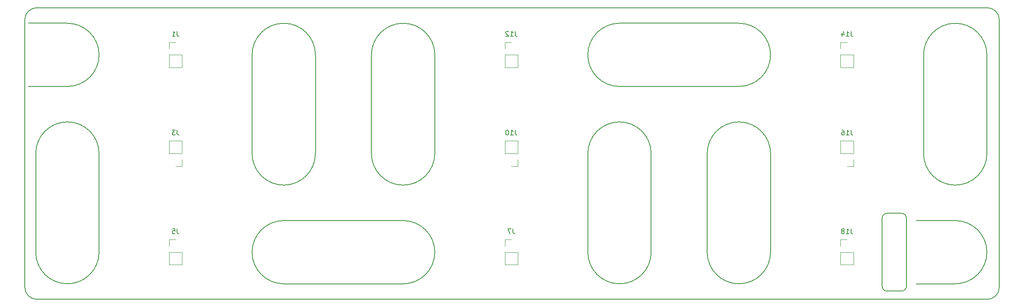
<source format=gbr>
%TF.GenerationSoftware,KiCad,Pcbnew,(5.0.0-rc2-dev-733-g23a9fcd91)*%
%TF.CreationDate,2018-05-26T11:51:58+02:00*%
%TF.ProjectId,CellsBoard,43656C6C73426F6172642E6B69636164,rev?*%
%TF.SameCoordinates,Original*%
%TF.FileFunction,Legend,Bot*%
%TF.FilePolarity,Positive*%
%FSLAX46Y46*%
G04 Gerber Fmt 4.6, Leading zero omitted, Abs format (unit mm)*
G04 Created by KiCad (PCBNEW (5.0.0-rc2-dev-733-g23a9fcd91)) date 05/26/18 11:51:58*
%MOMM*%
%LPD*%
G01*
G04 APERTURE LIST*
%ADD10C,0.150000*%
%ADD11C,0.120000*%
G04 APERTURE END LIST*
D10*
X226950000Y-132300000D02*
X229950000Y-132300000D01*
X225950000Y-147300000D02*
X225950000Y-133300000D01*
X229950000Y-148300000D02*
X226950000Y-148300000D01*
X230950000Y-133300000D02*
X230950000Y-147300000D01*
X226950000Y-148300000D02*
G75*
G02X225950000Y-147300000I0J1000000D01*
G01*
X225950000Y-133300000D02*
G75*
G02X226950000Y-132300000I1000000J0D01*
G01*
X229950000Y-132300000D02*
G75*
G02X230950000Y-133300000I0J-1000000D01*
G01*
X230950000Y-147300000D02*
G75*
G02X229950000Y-148300000I-1000000J0D01*
G01*
X247500000Y-90000000D02*
X52500000Y-90000000D01*
X247500000Y-90000000D02*
G75*
G02X250000000Y-92500000I0J-2500000D01*
G01*
X250000000Y-147500000D02*
X250000000Y-92500000D01*
X250000000Y-147500000D02*
G75*
G02X247500000Y-150000000I-2500000J0D01*
G01*
X52500000Y-150000000D02*
X247500000Y-150000000D01*
X52500000Y-150000000D02*
G75*
G02X50000000Y-147500000I0J2500000D01*
G01*
X50000000Y-92500000D02*
X50000000Y-147500000D01*
X50000000Y-92500000D02*
G75*
G02X52500000Y-90000000I2500000J0D01*
G01*
X240950000Y-133800000D02*
G75*
G02X240950000Y-146800000I0J-6500000D01*
G01*
X240950000Y-133800000D02*
X232950000Y-133800000D01*
X240950000Y-146800000D02*
X232950000Y-146800000D01*
X103100000Y-146800000D02*
X127700000Y-146800000D01*
X103100000Y-133800000D02*
X127700000Y-133800000D01*
X127650000Y-133800000D02*
G75*
G02X127650000Y-146800000I0J-6500000D01*
G01*
X103150000Y-146800000D02*
G75*
G02X103150000Y-133800000I0J6500000D01*
G01*
X172000000Y-106200000D02*
X196600000Y-106200000D01*
X172000000Y-93200000D02*
X196600000Y-93200000D01*
X196550000Y-93200000D02*
G75*
G02X196550000Y-106200000I0J-6500000D01*
G01*
X172050000Y-106200000D02*
G75*
G02X172050000Y-93200000I0J6500000D01*
G01*
X109650000Y-120000000D02*
X109650000Y-99700000D01*
X96650000Y-120000000D02*
X96650000Y-99700000D01*
X96650000Y-99700000D02*
G75*
G02X109650000Y-99700000I6500000J0D01*
G01*
X109650000Y-120000000D02*
G75*
G02X96650000Y-120000000I-6500000J0D01*
G01*
X65250000Y-140300000D02*
X65250000Y-120000000D01*
X52250000Y-140300000D02*
X52250000Y-120000000D01*
X52250000Y-120000000D02*
G75*
G02X65250000Y-120000000I6500000J0D01*
G01*
X65250000Y-140300000D02*
G75*
G02X52250000Y-140300000I-6500000J0D01*
G01*
X165550000Y-120000000D02*
X165550000Y-140300000D01*
X178550000Y-120000000D02*
X178550000Y-140300000D01*
X178550000Y-140300000D02*
G75*
G02X165550000Y-140300000I-6500000J0D01*
G01*
X165550000Y-120000000D02*
G75*
G02X178550000Y-120000000I6500000J0D01*
G01*
X121150000Y-99700000D02*
X121150000Y-120000000D01*
X134150000Y-99700000D02*
X134150000Y-120000000D01*
X134150000Y-120000000D02*
G75*
G02X121150000Y-120000000I-6500000J0D01*
G01*
X121150000Y-99700000D02*
G75*
G02X134150000Y-99700000I6500000J0D01*
G01*
X247450000Y-120000000D02*
X247450000Y-99700000D01*
X234450000Y-120000000D02*
X234450000Y-99700000D01*
X234450000Y-99700000D02*
G75*
G02X247450000Y-99700000I6500000J0D01*
G01*
X247450000Y-120000000D02*
G75*
G02X234450000Y-120000000I-6500000J0D01*
G01*
X203050000Y-140300000D02*
X203050000Y-120000000D01*
X190050000Y-140300000D02*
X190050000Y-120000000D01*
X190050000Y-120000000D02*
G75*
G02X203050000Y-120000000I6500000J0D01*
G01*
X203050000Y-140300000D02*
G75*
G02X190050000Y-140300000I-6500000J0D01*
G01*
X58750000Y-93200000D02*
G75*
G02X58750000Y-106200000I0J-6500000D01*
G01*
X58750000Y-93200000D02*
X50750000Y-93200000D01*
X58750000Y-106200000D02*
X50750000Y-106200000D01*
D11*
X80950000Y-97100000D02*
X79620000Y-97100000D01*
X79620000Y-97100000D02*
X79620000Y-98430000D01*
X79620000Y-99700000D02*
X79620000Y-102300000D01*
X82280000Y-102300000D02*
X79620000Y-102300000D01*
X82280000Y-99700000D02*
X82280000Y-102300000D01*
X82280000Y-99700000D02*
X79620000Y-99700000D01*
X79620000Y-120000000D02*
X82280000Y-120000000D01*
X79620000Y-120000000D02*
X79620000Y-117400000D01*
X79620000Y-117400000D02*
X82280000Y-117400000D01*
X82280000Y-120000000D02*
X82280000Y-117400000D01*
X82280000Y-122600000D02*
X82280000Y-121270000D01*
X80950000Y-122600000D02*
X82280000Y-122600000D01*
X80950000Y-137700000D02*
X79620000Y-137700000D01*
X79620000Y-137700000D02*
X79620000Y-139030000D01*
X79620000Y-140300000D02*
X79620000Y-142900000D01*
X82280000Y-142900000D02*
X79620000Y-142900000D01*
X82280000Y-140300000D02*
X82280000Y-142900000D01*
X82280000Y-140300000D02*
X79620000Y-140300000D01*
X149850000Y-137700000D02*
X148520000Y-137700000D01*
X148520000Y-137700000D02*
X148520000Y-139030000D01*
X148520000Y-140300000D02*
X148520000Y-142900000D01*
X151180000Y-142900000D02*
X148520000Y-142900000D01*
X151180000Y-140300000D02*
X151180000Y-142900000D01*
X151180000Y-140300000D02*
X148520000Y-140300000D01*
X149850000Y-122600000D02*
X151180000Y-122600000D01*
X151180000Y-122600000D02*
X151180000Y-121270000D01*
X151180000Y-120000000D02*
X151180000Y-117400000D01*
X148520000Y-117400000D02*
X151180000Y-117400000D01*
X148520000Y-120000000D02*
X148520000Y-117400000D01*
X148520000Y-120000000D02*
X151180000Y-120000000D01*
X149850000Y-97100000D02*
X148520000Y-97100000D01*
X148520000Y-97100000D02*
X148520000Y-98430000D01*
X148520000Y-99700000D02*
X148520000Y-102300000D01*
X151180000Y-102300000D02*
X148520000Y-102300000D01*
X151180000Y-99700000D02*
X151180000Y-102300000D01*
X151180000Y-99700000D02*
X148520000Y-99700000D01*
X218750000Y-97100000D02*
X217420000Y-97100000D01*
X217420000Y-97100000D02*
X217420000Y-98430000D01*
X217420000Y-99700000D02*
X217420000Y-102300000D01*
X220080000Y-102300000D02*
X217420000Y-102300000D01*
X220080000Y-99700000D02*
X220080000Y-102300000D01*
X220080000Y-99700000D02*
X217420000Y-99700000D01*
X218750000Y-122600000D02*
X220080000Y-122600000D01*
X220080000Y-122600000D02*
X220080000Y-121270000D01*
X220080000Y-120000000D02*
X220080000Y-117400000D01*
X217420000Y-117400000D02*
X220080000Y-117400000D01*
X217420000Y-120000000D02*
X217420000Y-117400000D01*
X217420000Y-120000000D02*
X220080000Y-120000000D01*
X220080000Y-140300000D02*
X217420000Y-140300000D01*
X220080000Y-140300000D02*
X220080000Y-142900000D01*
X220080000Y-142900000D02*
X217420000Y-142900000D01*
X217420000Y-140300000D02*
X217420000Y-142900000D01*
X217420000Y-137700000D02*
X217420000Y-139030000D01*
X218750000Y-137700000D02*
X217420000Y-137700000D01*
D10*
X81283333Y-94882380D02*
X81283333Y-95596666D01*
X81330952Y-95739523D01*
X81426190Y-95834761D01*
X81569047Y-95882380D01*
X81664285Y-95882380D01*
X80283333Y-95882380D02*
X80854761Y-95882380D01*
X80569047Y-95882380D02*
X80569047Y-94882380D01*
X80664285Y-95025238D01*
X80759523Y-95120476D01*
X80854761Y-95168095D01*
X81283333Y-115182380D02*
X81283333Y-115896666D01*
X81330952Y-116039523D01*
X81426190Y-116134761D01*
X81569047Y-116182380D01*
X81664285Y-116182380D01*
X80902380Y-115182380D02*
X80283333Y-115182380D01*
X80616666Y-115563333D01*
X80473809Y-115563333D01*
X80378571Y-115610952D01*
X80330952Y-115658571D01*
X80283333Y-115753809D01*
X80283333Y-115991904D01*
X80330952Y-116087142D01*
X80378571Y-116134761D01*
X80473809Y-116182380D01*
X80759523Y-116182380D01*
X80854761Y-116134761D01*
X80902380Y-116087142D01*
X81283333Y-135482380D02*
X81283333Y-136196666D01*
X81330952Y-136339523D01*
X81426190Y-136434761D01*
X81569047Y-136482380D01*
X81664285Y-136482380D01*
X80330952Y-135482380D02*
X80807142Y-135482380D01*
X80854761Y-135958571D01*
X80807142Y-135910952D01*
X80711904Y-135863333D01*
X80473809Y-135863333D01*
X80378571Y-135910952D01*
X80330952Y-135958571D01*
X80283333Y-136053809D01*
X80283333Y-136291904D01*
X80330952Y-136387142D01*
X80378571Y-136434761D01*
X80473809Y-136482380D01*
X80711904Y-136482380D01*
X80807142Y-136434761D01*
X80854761Y-136387142D01*
X150183333Y-135482380D02*
X150183333Y-136196666D01*
X150230952Y-136339523D01*
X150326190Y-136434761D01*
X150469047Y-136482380D01*
X150564285Y-136482380D01*
X149802380Y-135482380D02*
X149135714Y-135482380D01*
X149564285Y-136482380D01*
X150659523Y-115182380D02*
X150659523Y-115896666D01*
X150707142Y-116039523D01*
X150802380Y-116134761D01*
X150945238Y-116182380D01*
X151040476Y-116182380D01*
X149659523Y-116182380D02*
X150230952Y-116182380D01*
X149945238Y-116182380D02*
X149945238Y-115182380D01*
X150040476Y-115325238D01*
X150135714Y-115420476D01*
X150230952Y-115468095D01*
X149040476Y-115182380D02*
X148945238Y-115182380D01*
X148850000Y-115230000D01*
X148802380Y-115277619D01*
X148754761Y-115372857D01*
X148707142Y-115563333D01*
X148707142Y-115801428D01*
X148754761Y-115991904D01*
X148802380Y-116087142D01*
X148850000Y-116134761D01*
X148945238Y-116182380D01*
X149040476Y-116182380D01*
X149135714Y-116134761D01*
X149183333Y-116087142D01*
X149230952Y-115991904D01*
X149278571Y-115801428D01*
X149278571Y-115563333D01*
X149230952Y-115372857D01*
X149183333Y-115277619D01*
X149135714Y-115230000D01*
X149040476Y-115182380D01*
X150659523Y-94882380D02*
X150659523Y-95596666D01*
X150707142Y-95739523D01*
X150802380Y-95834761D01*
X150945238Y-95882380D01*
X151040476Y-95882380D01*
X149659523Y-95882380D02*
X150230952Y-95882380D01*
X149945238Y-95882380D02*
X149945238Y-94882380D01*
X150040476Y-95025238D01*
X150135714Y-95120476D01*
X150230952Y-95168095D01*
X149278571Y-94977619D02*
X149230952Y-94930000D01*
X149135714Y-94882380D01*
X148897619Y-94882380D01*
X148802380Y-94930000D01*
X148754761Y-94977619D01*
X148707142Y-95072857D01*
X148707142Y-95168095D01*
X148754761Y-95310952D01*
X149326190Y-95882380D01*
X148707142Y-95882380D01*
X219559523Y-94882380D02*
X219559523Y-95596666D01*
X219607142Y-95739523D01*
X219702380Y-95834761D01*
X219845238Y-95882380D01*
X219940476Y-95882380D01*
X218559523Y-95882380D02*
X219130952Y-95882380D01*
X218845238Y-95882380D02*
X218845238Y-94882380D01*
X218940476Y-95025238D01*
X219035714Y-95120476D01*
X219130952Y-95168095D01*
X217702380Y-95215714D02*
X217702380Y-95882380D01*
X217940476Y-94834761D02*
X218178571Y-95549047D01*
X217559523Y-95549047D01*
X219559523Y-115182380D02*
X219559523Y-115896666D01*
X219607142Y-116039523D01*
X219702380Y-116134761D01*
X219845238Y-116182380D01*
X219940476Y-116182380D01*
X218559523Y-116182380D02*
X219130952Y-116182380D01*
X218845238Y-116182380D02*
X218845238Y-115182380D01*
X218940476Y-115325238D01*
X219035714Y-115420476D01*
X219130952Y-115468095D01*
X217702380Y-115182380D02*
X217892857Y-115182380D01*
X217988095Y-115230000D01*
X218035714Y-115277619D01*
X218130952Y-115420476D01*
X218178571Y-115610952D01*
X218178571Y-115991904D01*
X218130952Y-116087142D01*
X218083333Y-116134761D01*
X217988095Y-116182380D01*
X217797619Y-116182380D01*
X217702380Y-116134761D01*
X217654761Y-116087142D01*
X217607142Y-115991904D01*
X217607142Y-115753809D01*
X217654761Y-115658571D01*
X217702380Y-115610952D01*
X217797619Y-115563333D01*
X217988095Y-115563333D01*
X218083333Y-115610952D01*
X218130952Y-115658571D01*
X218178571Y-115753809D01*
X219559523Y-135482380D02*
X219559523Y-136196666D01*
X219607142Y-136339523D01*
X219702380Y-136434761D01*
X219845238Y-136482380D01*
X219940476Y-136482380D01*
X218559523Y-136482380D02*
X219130952Y-136482380D01*
X218845238Y-136482380D02*
X218845238Y-135482380D01*
X218940476Y-135625238D01*
X219035714Y-135720476D01*
X219130952Y-135768095D01*
X217988095Y-135910952D02*
X218083333Y-135863333D01*
X218130952Y-135815714D01*
X218178571Y-135720476D01*
X218178571Y-135672857D01*
X218130952Y-135577619D01*
X218083333Y-135530000D01*
X217988095Y-135482380D01*
X217797619Y-135482380D01*
X217702380Y-135530000D01*
X217654761Y-135577619D01*
X217607142Y-135672857D01*
X217607142Y-135720476D01*
X217654761Y-135815714D01*
X217702380Y-135863333D01*
X217797619Y-135910952D01*
X217988095Y-135910952D01*
X218083333Y-135958571D01*
X218130952Y-136006190D01*
X218178571Y-136101428D01*
X218178571Y-136291904D01*
X218130952Y-136387142D01*
X218083333Y-136434761D01*
X217988095Y-136482380D01*
X217797619Y-136482380D01*
X217702380Y-136434761D01*
X217654761Y-136387142D01*
X217607142Y-136291904D01*
X217607142Y-136101428D01*
X217654761Y-136006190D01*
X217702380Y-135958571D01*
X217797619Y-135910952D01*
M02*

</source>
